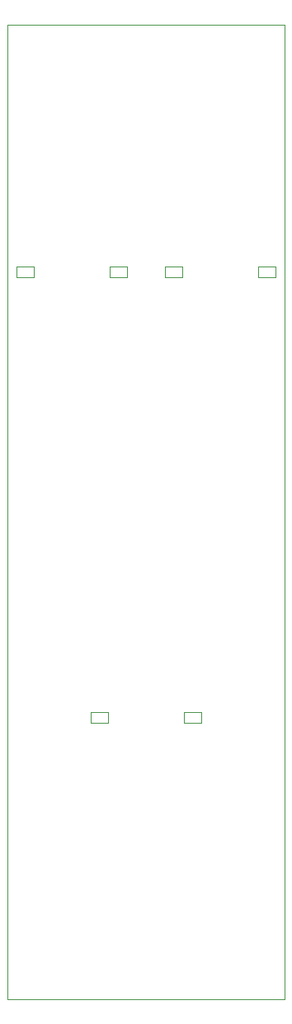
<source format=gbr>
%TF.GenerationSoftware,KiCad,Pcbnew,(6.0.2)*%
%TF.CreationDate,2022-09-19T13:12:04+01:00*%
%TF.ProjectId,comparator,636f6d70-6172-4617-946f-722e6b696361,rev?*%
%TF.SameCoordinates,Original*%
%TF.FileFunction,Profile,NP*%
%FSLAX46Y46*%
G04 Gerber Fmt 4.6, Leading zero omitted, Abs format (unit mm)*
G04 Created by KiCad (PCBNEW (6.0.2)) date 2022-09-19 13:12:04*
%MOMM*%
%LPD*%
G01*
G04 APERTURE LIST*
%TA.AperFunction,Profile*%
%ADD10C,0.100000*%
%TD*%
%TA.AperFunction,Profile*%
%ADD11C,0.120000*%
%TD*%
G04 APERTURE END LIST*
D10*
X1016000Y0D02*
X29464000Y0D01*
X29464000Y0D02*
X29464000Y-100000000D01*
X29464000Y-100000000D02*
X1016000Y-100000000D01*
X1016000Y-100000000D02*
X1016000Y0D01*
D11*
%TO.C,P2*%
X17160000Y-25950000D02*
X18960000Y-25950000D01*
X18960000Y-25950000D02*
X18960000Y-24850000D01*
X18960000Y-24850000D02*
X17160000Y-24850000D01*
X17160000Y-24850000D02*
X17160000Y-25950000D01*
X26760000Y-25900000D02*
X28560000Y-25900000D01*
X28560000Y-25900000D02*
X28560000Y-24800000D01*
X28560000Y-24800000D02*
X26760000Y-24800000D01*
X26760000Y-24800000D02*
X26760000Y-25900000D01*
%TO.C,P1*%
X1920000Y-25950000D02*
X3720000Y-25950000D01*
X3720000Y-25950000D02*
X3720000Y-24850000D01*
X3720000Y-24850000D02*
X1920000Y-24850000D01*
X1920000Y-24850000D02*
X1920000Y-25950000D01*
X11520000Y-25900000D02*
X13320000Y-25900000D01*
X13320000Y-25900000D02*
X13320000Y-24800000D01*
X13320000Y-24800000D02*
X11520000Y-24800000D01*
X11520000Y-24800000D02*
X11520000Y-25900000D01*
%TO.C,P3*%
X9540000Y-71670000D02*
X11340000Y-71670000D01*
X11340000Y-71670000D02*
X11340000Y-70570000D01*
X11340000Y-70570000D02*
X9540000Y-70570000D01*
X9540000Y-70570000D02*
X9540000Y-71670000D01*
X19140000Y-71620000D02*
X20940000Y-71620000D01*
X20940000Y-71620000D02*
X20940000Y-70520000D01*
X20940000Y-70520000D02*
X19140000Y-70520000D01*
X19140000Y-70520000D02*
X19140000Y-71620000D01*
%TD*%
M02*

</source>
